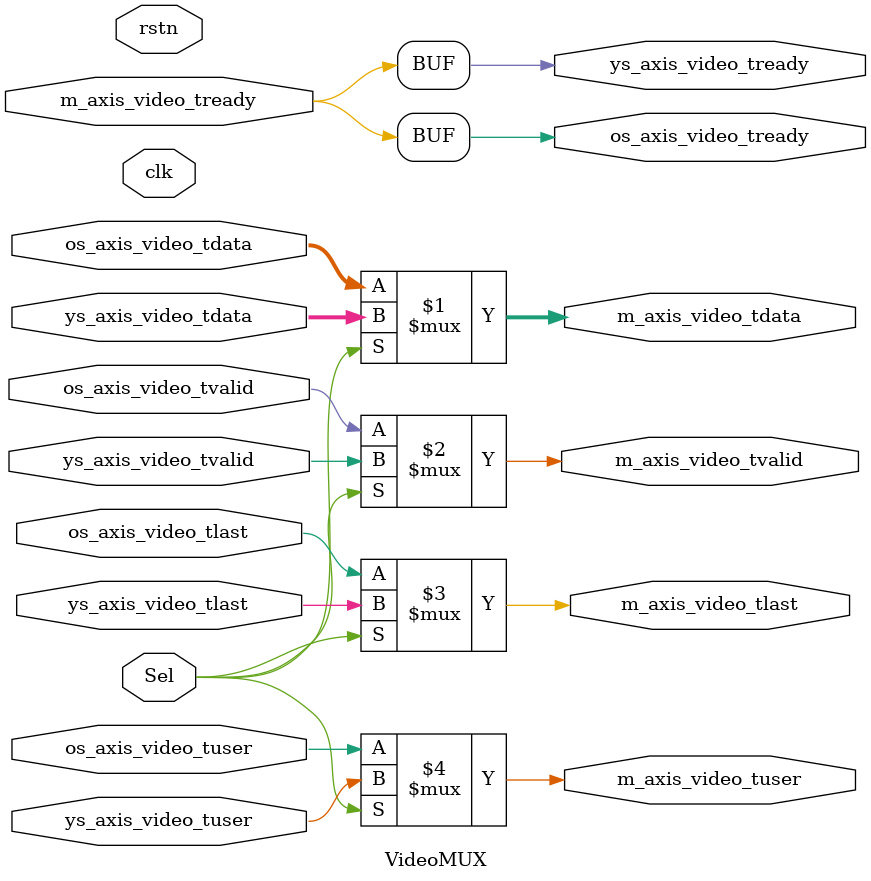
<source format=v>
`timescale 1ns / 1ps


module VideoMUX(
input  wire clk ,
input  wire rstn,
input  wire Sel,
input  wire [23 : 0] os_axis_video_tdata    ,
output wire          os_axis_video_tready            ,
input  wire          os_axis_video_tvalid            ,
input  wire          os_axis_video_tlast             ,
input  wire          os_axis_video_tuser             ,
input  wire [23 : 0] ys_axis_video_tdata    ,
output wire          ys_axis_video_tready            ,
input  wire          ys_axis_video_tvalid            ,
input  wire          ys_axis_video_tlast             ,
input  wire          ys_axis_video_tuser             ,
output wire [23 : 0] m_axis_video_tdata    ,
output wire m_axis_video_tvalid            ,
input  wire m_axis_video_tready            ,
output wire m_axis_video_tlast             ,
output wire m_axis_video_tuser       

    );
    
assign m_axis_video_tdata  = (Sel) ? ys_axis_video_tdata  : os_axis_video_tdata ;
assign m_axis_video_tvalid = (Sel) ? ys_axis_video_tvalid : os_axis_video_tvalid  ;
assign m_axis_video_tlast  = (Sel) ? ys_axis_video_tlast  : os_axis_video_tlast   ;
assign m_axis_video_tuser  = (Sel) ? ys_axis_video_tuser  : os_axis_video_tuser   ;

assign os_axis_video_tready = m_axis_video_tready;
assign ys_axis_video_tready = m_axis_video_tready;

    
endmodule

</source>
